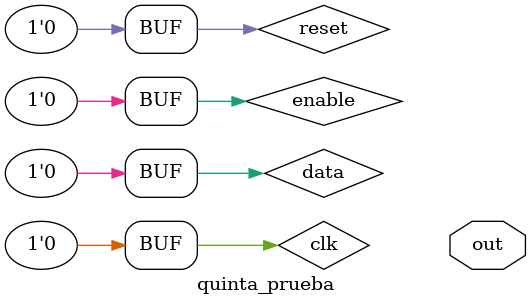
<source format=v>
module     quinta_prueba
(

    output		out
    // Outputs
) ;
reg        clk, reset, enable, data;
initial
  begin
	clk = 0;
	reset = 0;
	enable = 0;
	data = 0;
  end

endmodule


</source>
